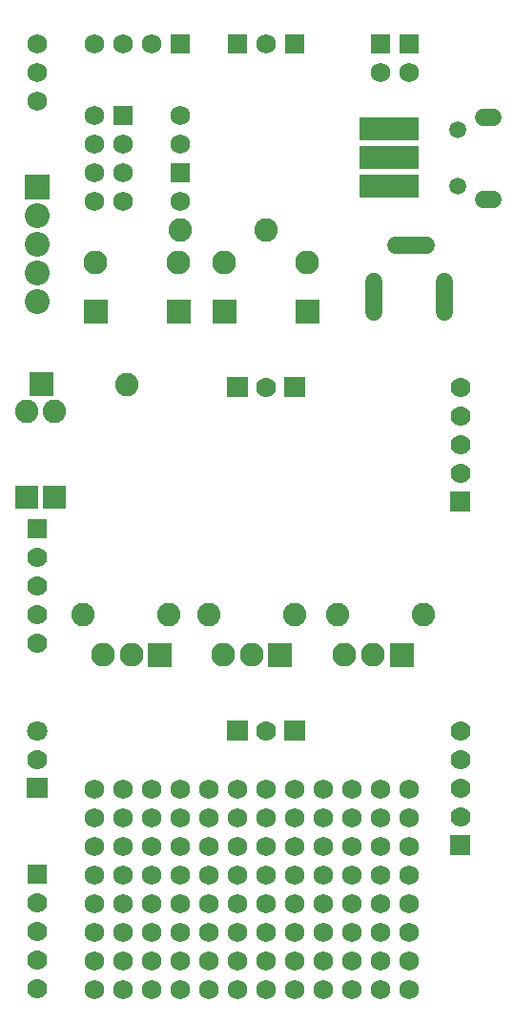
<source format=gbs>
G04 Layer: BottomSolderMaskLayer*
G04 EasyEDA v6.2.46, 2019-12-24T13:35:47+01:00*
G04 9af07930541e41a2aa19a6838659558f,f7dd187871414131b8e6a9aac608ee48,10*
G04 Gerber Generator version 0.2*
G04 Scale: 100 percent, Rotated: No, Reflected: No *
G04 Dimensions in millimeters *
G04 leading zeros omitted , absolute positions ,3 integer and 3 decimal *
%FSLAX33Y33*%
%MOMM*%
G90*
G71D02*

%ADD37C,1.503197*%
%ADD38C,1.727200*%
%ADD39R,1.727200X1.727200*%
%ADD41C,2.108200*%
%ADD42C,2.082800*%
%ADD45R,1.778000X1.778000*%
%ADD46C,1.778000*%
%ADD48C,1.803197*%
%ADD49C,2.203196*%
%ADD51R,2.082800X2.082800*%

%LPD*%
G54D37*
G01X43423Y88583D02*
G01X44323Y88583D01*
G01X43423Y81342D02*
G01X44323Y81342D01*
G01X33680Y74005D02*
G01X33680Y71305D01*
G01X39979Y71305D02*
G01X39979Y74005D01*
G01X35630Y77204D02*
G01X38330Y77204D01*
G54D38*
G01X34290Y92583D03*
G54D39*
G01X34290Y95123D03*
G36*
G01X35966Y94259D02*
G01X35966Y95986D01*
G01X37693Y95986D01*
G01X37693Y94259D01*
G01X35966Y94259D01*
G37*
G54D38*
G01X36830Y92583D03*
G36*
G01X13677Y39839D02*
G01X13677Y41948D01*
G01X15786Y41948D01*
G01X15786Y39839D01*
G01X13677Y39839D01*
G37*
G54D41*
G01X12192Y40894D03*
G01X9652Y40894D03*
G36*
G01X24320Y39839D02*
G01X24320Y41948D01*
G01X26428Y41948D01*
G01X26428Y39839D01*
G01X24320Y39839D01*
G37*
G01X22834Y40894D03*
G01X20294Y40894D03*
G36*
G01X35140Y39839D02*
G01X35140Y41948D01*
G01X37249Y41948D01*
G01X37249Y39839D01*
G01X35140Y39839D01*
G37*
G01X33655Y40894D03*
G01X31115Y40894D03*
G54D42*
G01X16510Y78613D03*
G01X24130Y78613D03*
G36*
G01X10566Y87909D02*
G01X10566Y89636D01*
G01X12293Y89636D01*
G01X12293Y87909D01*
G01X10566Y87909D01*
G37*
G54D38*
G01X8890Y88773D03*
G01X11430Y86233D03*
G01X8890Y86233D03*
G01X11430Y83693D03*
G01X8890Y83693D03*
G01X11430Y81153D03*
G01X8890Y81153D03*
G36*
G01X15328Y70319D02*
G01X15328Y72428D01*
G01X17437Y72428D01*
G01X17437Y70319D01*
G01X15328Y70319D01*
G37*
G54D41*
G01X16383Y75692D03*
G01X9017Y75692D03*
G36*
G01X7962Y70319D02*
G01X7962Y72428D01*
G01X10071Y72428D01*
G01X10071Y70319D01*
G01X7962Y70319D01*
G37*
G36*
G01X26758Y70319D02*
G01X26758Y72428D01*
G01X28867Y72428D01*
G01X28867Y70319D01*
G01X26758Y70319D01*
G37*
G01X27813Y75692D03*
G01X20447Y75692D03*
G36*
G01X19392Y70319D02*
G01X19392Y72428D01*
G01X21501Y72428D01*
G01X21501Y70319D01*
G01X19392Y70319D01*
G37*
G54D37*
G01X41173Y82462D03*
G01X41173Y87462D03*
G54D38*
G01X16510Y81146D03*
G36*
G01X15646Y82829D02*
G01X15646Y84556D01*
G01X17373Y84556D01*
G01X17373Y82829D01*
G01X15646Y82829D01*
G37*
G01X16510Y86233D03*
G01X16510Y88773D03*
G36*
G01X32451Y81460D02*
G01X32451Y83464D01*
G01X37652Y83464D01*
G01X37652Y81460D01*
G01X32451Y81460D01*
G37*
G36*
G01X32451Y84000D02*
G01X32451Y86004D01*
G01X37652Y86004D01*
G01X37652Y84000D01*
G01X32451Y84000D01*
G37*
G36*
G01X32451Y86540D02*
G01X32451Y88544D01*
G01X37652Y88544D01*
G01X37652Y86540D01*
G01X32451Y86540D01*
G37*
G36*
G01X40513Y23114D02*
G01X40513Y24892D01*
G01X42291Y24892D01*
G01X42291Y23114D01*
G01X40513Y23114D01*
G37*
G54D46*
G01X41402Y26543D03*
G01X41402Y29083D03*
G01X41402Y31623D03*
G01X41402Y34163D03*
G36*
G01X25768Y33261D02*
G01X25768Y35064D01*
G01X27571Y35064D01*
G01X27571Y33261D01*
G01X25768Y33261D01*
G37*
G01X24130Y34163D03*
G36*
G01X20688Y33261D02*
G01X20688Y35064D01*
G01X22491Y35064D01*
G01X22491Y33261D01*
G01X20688Y33261D01*
G37*
G36*
G01X2908Y28181D02*
G01X2908Y29984D01*
G01X4711Y29984D01*
G01X4711Y28181D01*
G01X2908Y28181D01*
G37*
G01X3810Y31623D03*
G54D48*
G01X3810Y34163D03*
G54D42*
G01X15494Y44450D03*
G01X7874Y44450D03*
G01X26670Y44450D03*
G01X19050Y44450D03*
G01X38100Y44450D03*
G01X30480Y44450D03*
G54D38*
G01X3810Y95123D03*
G01X3810Y92583D03*
G01X3810Y90043D03*
G36*
G01X20726Y94259D02*
G01X20726Y95986D01*
G01X22453Y95986D01*
G01X22453Y94259D01*
G01X20726Y94259D01*
G37*
G01X24130Y95123D03*
G36*
G01X25806Y94259D02*
G01X25806Y95986D01*
G01X27533Y95986D01*
G01X27533Y94259D01*
G01X25806Y94259D01*
G37*
G54D45*
G01X3810Y52070D03*
G54D46*
G01X3810Y49530D03*
G01X3810Y46990D03*
G01X3810Y44450D03*
G01X3810Y41910D03*
G36*
G01X40513Y53594D02*
G01X40513Y55372D01*
G01X42291Y55372D01*
G01X42291Y53594D01*
G01X40513Y53594D01*
G37*
G01X41402Y57023D03*
G01X41402Y59563D03*
G01X41402Y62103D03*
G01X41402Y64643D03*
G54D45*
G01X3810Y21463D03*
G54D46*
G01X3810Y18923D03*
G01X3810Y16383D03*
G01X3810Y13843D03*
G01X3810Y11303D03*
G54D38*
G01X8890Y95123D03*
G01X11430Y95123D03*
G01X13970Y95123D03*
G36*
G01X15646Y94259D02*
G01X15646Y95986D01*
G01X17373Y95986D01*
G01X17373Y94259D01*
G01X15646Y94259D01*
G37*
G36*
G01X25768Y63741D02*
G01X25768Y65544D01*
G01X27571Y65544D01*
G01X27571Y63741D01*
G01X25768Y63741D01*
G37*
G54D46*
G01X24130Y64643D03*
G36*
G01X20688Y63741D02*
G01X20688Y65544D01*
G01X22491Y65544D01*
G01X22491Y63741D01*
G01X20688Y63741D01*
G37*
G54D49*
G01X3810Y72263D03*
G01X3810Y74803D03*
G01X3810Y77343D03*
G01X3810Y79883D03*
G36*
G01X2707Y81320D02*
G01X2707Y83525D01*
G01X4912Y83525D01*
G01X4912Y81320D01*
G01X2707Y81320D01*
G37*
G54D38*
G01X11430Y11176D03*
G01X8890Y11176D03*
G01X13970Y11176D03*
G01X16510Y11176D03*
G01X19050Y11176D03*
G01X21590Y11176D03*
G01X24130Y11176D03*
G01X26670Y11176D03*
G01X11430Y13716D03*
G01X8890Y13716D03*
G01X13970Y13716D03*
G01X16510Y13716D03*
G01X19050Y13716D03*
G01X21590Y13716D03*
G01X24130Y13716D03*
G01X26670Y13716D03*
G01X11430Y16256D03*
G01X8890Y16256D03*
G01X13970Y16256D03*
G01X16510Y16256D03*
G01X19050Y16256D03*
G01X21590Y16256D03*
G01X24130Y16256D03*
G01X26670Y16256D03*
G01X11430Y18796D03*
G01X8890Y18796D03*
G01X13970Y18796D03*
G01X16510Y18796D03*
G01X19050Y18796D03*
G01X21590Y18796D03*
G01X24130Y18796D03*
G01X26670Y18796D03*
G01X11430Y21336D03*
G01X8890Y21336D03*
G01X13970Y21336D03*
G01X16510Y21336D03*
G01X19050Y21336D03*
G01X21590Y21336D03*
G01X24130Y21336D03*
G01X26670Y21336D03*
G01X11430Y23876D03*
G01X8890Y23876D03*
G01X13970Y23876D03*
G01X16510Y23876D03*
G01X19050Y23876D03*
G01X21590Y23876D03*
G01X24130Y23876D03*
G01X26670Y23876D03*
G01X11430Y26416D03*
G01X8890Y26416D03*
G01X13970Y26416D03*
G01X16510Y26416D03*
G01X19050Y26416D03*
G01X21590Y26416D03*
G01X24130Y26416D03*
G01X26670Y26416D03*
G01X11430Y28956D03*
G01X8890Y28956D03*
G01X13970Y28956D03*
G01X16510Y28956D03*
G01X19050Y28956D03*
G01X21590Y28956D03*
G01X24130Y28956D03*
G01X26670Y28956D03*
G01X29210Y11176D03*
G01X29210Y13716D03*
G01X29210Y16256D03*
G01X29210Y18796D03*
G01X29210Y21336D03*
G01X29210Y23876D03*
G01X29210Y26416D03*
G01X29210Y28956D03*
G01X31750Y11176D03*
G01X31750Y13716D03*
G01X31750Y16256D03*
G01X31750Y18796D03*
G01X31750Y21336D03*
G01X31750Y23876D03*
G01X31750Y26416D03*
G01X31750Y28956D03*
G01X34290Y11176D03*
G01X34290Y13716D03*
G01X34290Y16256D03*
G01X34290Y18796D03*
G01X34290Y21336D03*
G01X34290Y23876D03*
G01X34290Y26416D03*
G01X34290Y28956D03*
G01X36830Y11176D03*
G01X36830Y13716D03*
G01X36830Y16256D03*
G01X36830Y18796D03*
G01X36830Y21336D03*
G01X36830Y23876D03*
G01X36830Y26416D03*
G01X36830Y28956D03*
G36*
G01X3149Y63855D02*
G01X3149Y65938D01*
G01X5232Y65938D01*
G01X5232Y63855D01*
G01X3149Y63855D01*
G37*
G54D42*
G01X11811Y64897D03*
G54D51*
G01X5334Y54864D03*
G54D42*
G01X5334Y62484D03*
G54D51*
G01X2921Y54864D03*
G54D42*
G01X2921Y62484D03*
M00*
M02*

</source>
